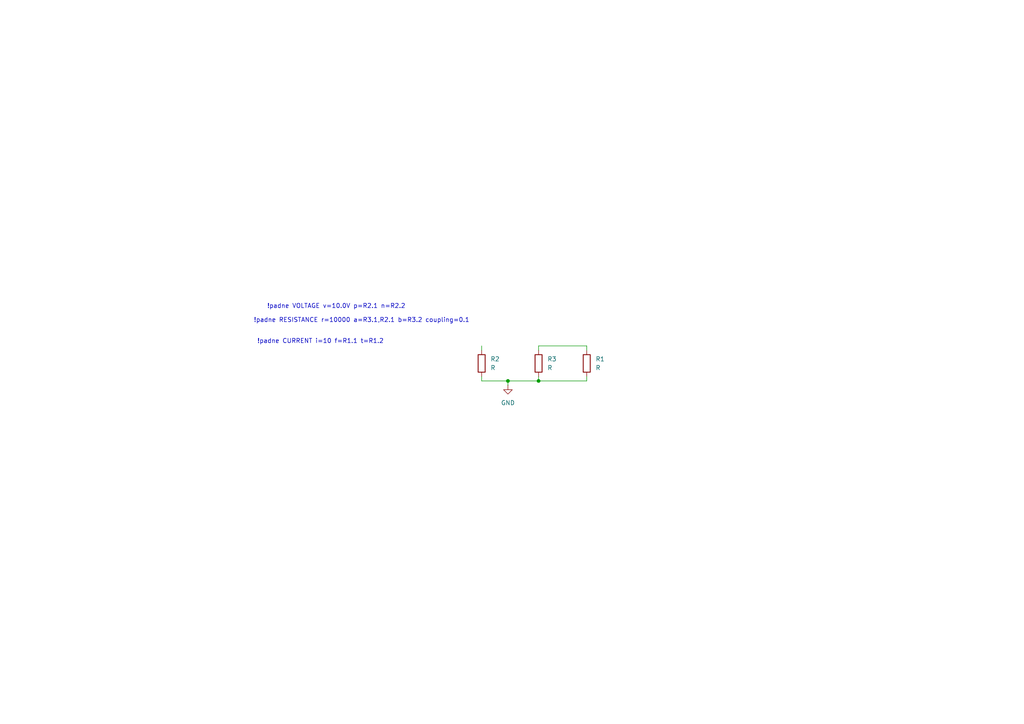
<source format=kicad_sch>
(kicad_sch (version 20231120) (generator "eeschema") (generator_version "8.0")
  (paper "A4")
  (lib_symbols
    (symbol "Device:R" (pin_numbers hide) (pin_names (offset 0))
      (property "Reference" "R" (at 2.032 0 90))
      (property "Value" "R" (at 0 0 90))
      (symbol "R_0_1"
        (rectangle (start -1.016 -2.54) (end 1.016 2.54) (stroke (width 0.254)))
      )
      (symbol "R_1_1"
        (pin passive line (at 0 3.81 270) (length 1.27) (name "~") (number "1"))
        (pin passive line (at 0 -3.81 90) (length 1.27) (name "~") (number "2"))
      )
    )
    (symbol "power:GND" (power) (pin_numbers hide) (pin_names (offset 0) hide)
      (property "Value" "GND" (at 0 -3.81 0))
      (symbol "GND_0_1"
        (polyline (pts (xy 0 0) (xy 0 -1.27) (xy 1.27 -1.27) (xy 0 -2.54) (xy -1.27 -1.27) (xy 0 -1.27)))
      )
      (symbol "GND_1_1"
        (pin power_in line (at 0 0 270) (length 0) (name "~") (number "1"))
      )
    )
  )
  (junction (at 156.21 110.49))
  (junction (at 147.32 110.49))
  (wire (pts (xy 170.18 109.22) (xy 170.18 110.49)))
  (wire (pts (xy 156.21 100.33) (xy 156.21 101.6)))
  (wire (pts (xy 139.7 110.49) (xy 147.32 110.49)))
  (wire (pts (xy 156.21 100.33) (xy 170.18 100.33)))
  (wire (pts (xy 170.18 100.33) (xy 170.18 101.6)))
  (wire (pts (xy 139.7 110.49) (xy 139.7 109.22)))
  (wire (pts (xy 156.21 110.49) (xy 156.21 109.22)))
  (wire (pts (xy 147.32 110.49) (xy 147.32 111.76)))
  (wire (pts (xy 147.32 110.49) (xy 156.21 110.49)))
  (wire (pts (xy 156.21 110.49) (xy 170.18 110.49)))
  (wire (pts (xy 139.7 101.6) (xy 139.7 100.33)))
  (text "!padne CURRENT i=10 f=R1.1 t=R1.2" (at 92.964 99.06 0) (effects (font (size 1.27 1.27))))
  (text "!padne RESISTANCE r=10000 a=R3.1,R2.1 b=R3.2 coupling=0.1" (at 104.902 92.964 0) (effects (font (size 1.27 1.27))))
  (text "!padne VOLTAGE v=10.0V p=R2.1 n=R2.2" (at 97.536 88.9 0) (effects (font (size 1.27 1.27))))
  (symbol (lib_id "Device:R") (at 139.7 105.41 0) (unit 1)
    (property "Reference" "R2" (at 142.24 104.1399 0) (effects (justify left)))
    (property "Value" "R" (at 142.24 106.6799 0) (effects (justify left)))
    (property "Footprint" "Resistor_SMD:R_0603_1608Metric" (effects (hide yes)))
    (property "Description" "Resistor" (effects (hide yes)))
  )
  (symbol (lib_id "Device:R") (at 156.21 105.41 0) (unit 1)
    (property "Reference" "R3" (at 158.75 104.1399 0) (effects (justify left)))
    (property "Value" "R" (at 158.75 106.6799 0) (effects (justify left)))
    (property "Footprint" "Resistor_SMD:R_0603_1608Metric" (effects (hide yes)))
    (property "Description" "Resistor" (effects (hide yes)))
  )
  (symbol (lib_id "Device:R") (at 170.18 105.41 0) (unit 1)
    (property "Reference" "R1" (at 172.72 104.1399 0) (effects (justify left)))
    (property "Value" "R" (at 172.72 106.6799 0) (effects (justify left)))
    (property "Footprint" "Resistor_SMD:R_0603_1608Metric" (effects (hide yes)))
    (property "Description" "Resistor" (effects (hide yes)))
  )
  (symbol (lib_id "power:GND") (at 147.32 111.76 0) (unit 1)
    (property "Reference" "#PWR01" (effects (hide yes)))
    (property "Value" "GND" (at 147.32 116.84 0))
    (property "Description" "Power symbol creates a global label with name \"GND\" , ground" (effects (hide yes)))
  )
)
</source>
